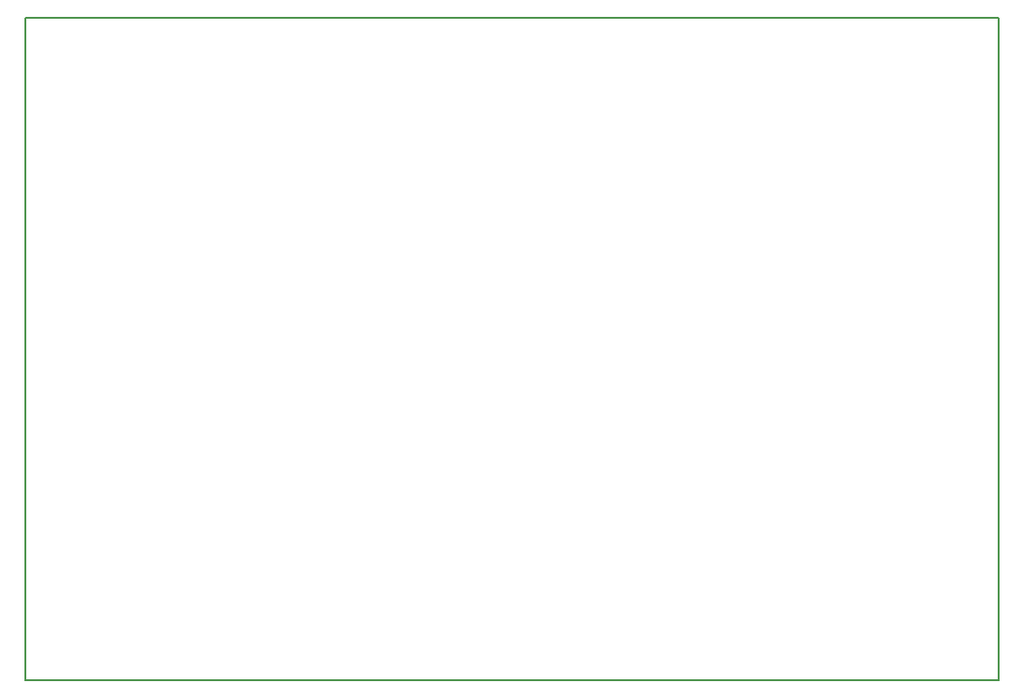
<source format=gm1>
G04 MADE WITH FRITZING*
G04 WWW.FRITZING.ORG*
G04 DOUBLE SIDED*
G04 HOLES PLATED*
G04 CONTOUR ON CENTER OF CONTOUR VECTOR*
%ASAXBY*%
%FSLAX23Y23*%
%MOIN*%
%OFA0B0*%
%SFA1.0B1.0*%
%ADD10R,3.464570X2.362200*%
%ADD11C,0.008000*%
%ADD10C,0.008*%
%LNCONTOUR*%
G90*
G70*
G54D10*
G54D11*
X4Y2358D02*
X3461Y2358D01*
X3461Y4D01*
X4Y4D01*
X4Y2358D01*
D02*
G04 End of contour*
M02*
</source>
